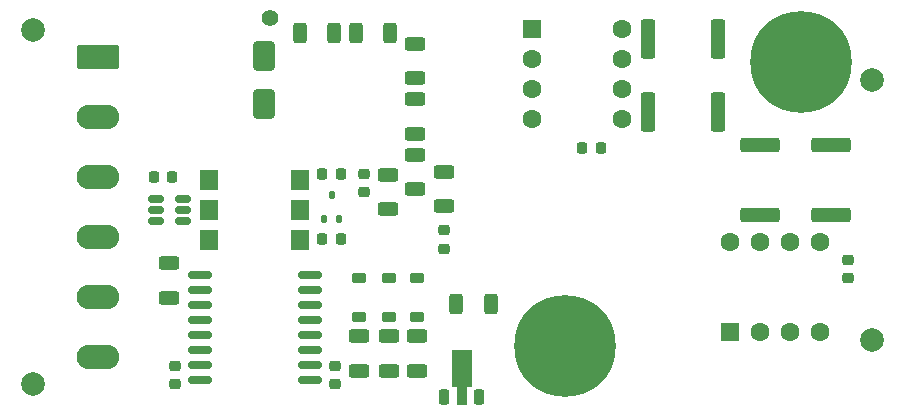
<source format=gbr>
%TF.GenerationSoftware,KiCad,Pcbnew,9.0.1-1.fc42*%
%TF.CreationDate,2025-04-25T16:42:35-04:00*%
%TF.ProjectId,IGBT_DRVR_CM400HA-24H,49474254-5f44-4525-9652-5f434d343030,rev?*%
%TF.SameCoordinates,Original*%
%TF.FileFunction,Soldermask,Top*%
%TF.FilePolarity,Negative*%
%FSLAX46Y46*%
G04 Gerber Fmt 4.6, Leading zero omitted, Abs format (unit mm)*
G04 Created by KiCad (PCBNEW 9.0.1-1.fc42) date 2025-04-25 16:42:35*
%MOMM*%
%LPD*%
G01*
G04 APERTURE LIST*
G04 Aperture macros list*
%AMRoundRect*
0 Rectangle with rounded corners*
0 $1 Rounding radius*
0 $2 $3 $4 $5 $6 $7 $8 $9 X,Y pos of 4 corners*
0 Add a 4 corners polygon primitive as box body*
4,1,4,$2,$3,$4,$5,$6,$7,$8,$9,$2,$3,0*
0 Add four circle primitives for the rounded corners*
1,1,$1+$1,$2,$3*
1,1,$1+$1,$4,$5*
1,1,$1+$1,$6,$7*
1,1,$1+$1,$8,$9*
0 Add four rect primitives between the rounded corners*
20,1,$1+$1,$2,$3,$4,$5,0*
20,1,$1+$1,$4,$5,$6,$7,0*
20,1,$1+$1,$6,$7,$8,$9,0*
20,1,$1+$1,$8,$9,$2,$3,0*%
%AMFreePoly0*
4,1,9,3.862500,-0.866500,0.737500,-0.866500,0.737500,-0.450000,-0.737500,-0.450000,-0.737500,0.450000,0.737500,0.450000,0.737500,0.866500,3.862500,0.866500,3.862500,-0.866500,3.862500,-0.866500,$1*%
G04 Aperture macros list end*
%ADD10C,2.000000*%
%ADD11RoundRect,0.249999X-1.550001X0.790001X-1.550001X-0.790001X1.550001X-0.790001X1.550001X0.790001X0*%
%ADD12O,3.600000X2.080000*%
%ADD13RoundRect,0.150000X0.875000X0.150000X-0.875000X0.150000X-0.875000X-0.150000X0.875000X-0.150000X0*%
%ADD14RoundRect,0.250000X0.362500X1.425000X-0.362500X1.425000X-0.362500X-1.425000X0.362500X-1.425000X0*%
%ADD15RoundRect,0.250000X-0.625000X0.312500X-0.625000X-0.312500X0.625000X-0.312500X0.625000X0.312500X0*%
%ADD16RoundRect,0.225000X-0.225000X-0.250000X0.225000X-0.250000X0.225000X0.250000X-0.225000X0.250000X0*%
%ADD17R,1.585000X1.780000*%
%ADD18RoundRect,0.250000X-1.425000X0.362500X-1.425000X-0.362500X1.425000X-0.362500X1.425000X0.362500X0*%
%ADD19RoundRect,0.225000X-0.250000X0.225000X-0.250000X-0.225000X0.250000X-0.225000X0.250000X0.225000X0*%
%ADD20RoundRect,0.112500X-0.112500X-0.237500X0.112500X-0.237500X0.112500X0.237500X-0.112500X0.237500X0*%
%ADD21RoundRect,0.250000X0.625000X-0.312500X0.625000X0.312500X-0.625000X0.312500X-0.625000X-0.312500X0*%
%ADD22C,0.900000*%
%ADD23C,8.600000*%
%ADD24RoundRect,0.225000X0.225000X-0.425000X0.225000X0.425000X-0.225000X0.425000X-0.225000X-0.425000X0*%
%ADD25FreePoly0,90.000000*%
%ADD26RoundRect,0.225000X0.250000X-0.225000X0.250000X0.225000X-0.250000X0.225000X-0.250000X-0.225000X0*%
%ADD27RoundRect,0.250000X0.312500X0.625000X-0.312500X0.625000X-0.312500X-0.625000X0.312500X-0.625000X0*%
%ADD28RoundRect,0.225000X0.225000X0.250000X-0.225000X0.250000X-0.225000X-0.250000X0.225000X-0.250000X0*%
%ADD29RoundRect,0.150000X0.512500X0.150000X-0.512500X0.150000X-0.512500X-0.150000X0.512500X-0.150000X0*%
%ADD30C,1.400000*%
%ADD31RoundRect,0.218750X0.256250X-0.218750X0.256250X0.218750X-0.256250X0.218750X-0.256250X-0.218750X0*%
%ADD32C,1.600000*%
%ADD33RoundRect,0.250000X-0.550000X-0.550000X0.550000X-0.550000X0.550000X0.550000X-0.550000X0.550000X0*%
%ADD34RoundRect,0.225000X-0.375000X0.225000X-0.375000X-0.225000X0.375000X-0.225000X0.375000X0.225000X0*%
%ADD35RoundRect,0.250000X-0.312500X-0.625000X0.312500X-0.625000X0.312500X0.625000X-0.312500X0.625000X0*%
%ADD36RoundRect,0.250000X-0.650000X1.000000X-0.650000X-1.000000X0.650000X-1.000000X0.650000X1.000000X0*%
%ADD37RoundRect,0.250000X0.550000X-0.550000X0.550000X0.550000X-0.550000X0.550000X-0.550000X-0.550000X0*%
G04 APERTURE END LIST*
D10*
%TO.C,*%
X176000000Y-103500000D03*
%TD*%
%TO.C,REF\u002A\u002A*%
X105000000Y-107250000D03*
%TD*%
%TO.C,REF\u002A\u002A*%
X105000000Y-77250000D03*
%TD*%
D11*
%TO.C,J5*%
X110500000Y-79600000D03*
D12*
X110500000Y-84680000D03*
X110500000Y-89760000D03*
X110500000Y-94840000D03*
X110500000Y-99920000D03*
X110500000Y-105000000D03*
%TD*%
D13*
%TO.C,U4*%
X128400000Y-106945000D03*
X128400000Y-105675000D03*
X128400000Y-104405000D03*
X128400000Y-103135000D03*
X128400000Y-101865000D03*
X128400000Y-100595000D03*
X128400000Y-99325000D03*
X128400000Y-98055000D03*
X119100000Y-98055000D03*
X119100000Y-99325000D03*
X119100000Y-100595000D03*
X119100000Y-101865000D03*
X119100000Y-103135000D03*
X119100000Y-104405000D03*
X119100000Y-105675000D03*
X119100000Y-106945000D03*
%TD*%
D14*
%TO.C,R2*%
X157037500Y-84250000D03*
X162962500Y-84250000D03*
%TD*%
D15*
%TO.C,R9*%
X135100000Y-103187500D03*
X135100000Y-106112500D03*
%TD*%
%TO.C,R11*%
X135000000Y-89537500D03*
X135000000Y-92462500D03*
%TD*%
D16*
%TO.C,C3*%
X115225000Y-89750000D03*
X116775000Y-89750000D03*
%TD*%
D17*
%TO.C,TR1*%
X119907500Y-89960000D03*
X119907500Y-92500000D03*
X119907500Y-95040000D03*
X127592500Y-95040000D03*
X127592500Y-92500000D03*
X127592500Y-89960000D03*
%TD*%
D18*
%TO.C,R15*%
X166500000Y-87037500D03*
X166500000Y-92962500D03*
%TD*%
D15*
%TO.C,R13*%
X137500000Y-103187500D03*
X137500000Y-106112500D03*
%TD*%
D19*
%TO.C,C8*%
X133000000Y-89475000D03*
X133000000Y-91025000D03*
%TD*%
D15*
%TO.C,R6*%
X137300000Y-78437500D03*
X137300000Y-81362500D03*
%TD*%
D20*
%TO.C,D1*%
X129600000Y-93250000D03*
X130900000Y-93250000D03*
X130250000Y-91250000D03*
%TD*%
D21*
%TO.C,R4*%
X116500000Y-99962500D03*
X116500000Y-97037500D03*
%TD*%
D22*
%TO.C,J2*%
X166775000Y-80000000D03*
X167719581Y-77719581D03*
X167719581Y-82280419D03*
X170000000Y-76775000D03*
D23*
X170000000Y-80000000D03*
D22*
X170000000Y-83225000D03*
X172280419Y-77719581D03*
X172280419Y-82280419D03*
X173225000Y-80000000D03*
%TD*%
D24*
%TO.C,U2*%
X139750000Y-108337500D03*
D25*
X141250000Y-108250000D03*
D24*
X142750000Y-108337500D03*
%TD*%
D26*
%TO.C,C4*%
X117000000Y-107275000D03*
X117000000Y-105725000D03*
%TD*%
D27*
%TO.C,R14*%
X143712500Y-100500000D03*
X140787500Y-100500000D03*
%TD*%
D22*
%TO.C,J3*%
X146775000Y-104000000D03*
X147719581Y-101719581D03*
X147719581Y-106280419D03*
X150000000Y-100775000D03*
D23*
X150000000Y-104000000D03*
D22*
X150000000Y-107225000D03*
X152280419Y-101719581D03*
X152280419Y-106280419D03*
X153225000Y-104000000D03*
%TD*%
D28*
%TO.C,C1*%
X153025000Y-87300000D03*
X151475000Y-87300000D03*
%TD*%
D16*
%TO.C,C5*%
X129475000Y-95000000D03*
X131025000Y-95000000D03*
%TD*%
D26*
%TO.C,C6*%
X130500000Y-107275000D03*
X130500000Y-105725000D03*
%TD*%
D14*
%TO.C,R1*%
X157037500Y-78000000D03*
X162962500Y-78000000D03*
%TD*%
D16*
%TO.C,C7*%
X129475000Y-89500000D03*
X131025000Y-89500000D03*
%TD*%
D29*
%TO.C,U3*%
X117637500Y-93450000D03*
X117637500Y-92500000D03*
X117637500Y-91550000D03*
X115362500Y-91550000D03*
X115362500Y-92500000D03*
X115362500Y-93450000D03*
%TD*%
D30*
%TO.C,J1*%
X125000000Y-76250000D03*
%TD*%
D31*
%TO.C,D5*%
X139750000Y-95787500D03*
X139750000Y-94212500D03*
%TD*%
D32*
%TO.C,U1*%
X154815000Y-77190000D03*
X154815000Y-79730000D03*
X154815000Y-82270000D03*
X154815000Y-84810000D03*
X147195000Y-84810000D03*
X147195000Y-82270000D03*
X147195000Y-79730000D03*
D33*
X147195000Y-77190000D03*
%TD*%
D15*
%TO.C,R7*%
X137300000Y-83137500D03*
X137300000Y-86062500D03*
%TD*%
D34*
%TO.C,D4*%
X132600000Y-98250000D03*
X132600000Y-101550000D03*
%TD*%
D19*
%TO.C,C9*%
X174000000Y-96725000D03*
X174000000Y-98275000D03*
%TD*%
D35*
%TO.C,R5*%
X132287500Y-77500000D03*
X135212500Y-77500000D03*
%TD*%
D34*
%TO.C,D6*%
X137500000Y-98250000D03*
X137500000Y-101550000D03*
%TD*%
D18*
%TO.C,R16*%
X172500000Y-87037500D03*
X172500000Y-92962500D03*
%TD*%
D36*
%TO.C,D3*%
X124500000Y-79500000D03*
X124500000Y-83500000D03*
%TD*%
D35*
%TO.C,R3*%
X127537500Y-77500000D03*
X130462500Y-77500000D03*
%TD*%
D15*
%TO.C,R8*%
X137300000Y-87837500D03*
X137300000Y-90762500D03*
%TD*%
D21*
%TO.C,R12*%
X139750000Y-92212500D03*
X139750000Y-89287500D03*
%TD*%
D37*
%TO.C,U5*%
X163990000Y-102805000D03*
D32*
X166530000Y-102805000D03*
X169070000Y-102805000D03*
X171610000Y-102805000D03*
X171610000Y-95185000D03*
X169070000Y-95185000D03*
X166530000Y-95185000D03*
X163990000Y-95185000D03*
%TD*%
D15*
%TO.C,R10*%
X132600000Y-103187500D03*
X132600000Y-106112500D03*
%TD*%
D34*
%TO.C,D2*%
X135100000Y-98250000D03*
X135100000Y-101550000D03*
%TD*%
D10*
%TO.C,REF\u002A\u002A*%
X176000000Y-81500000D03*
%TD*%
M02*

</source>
